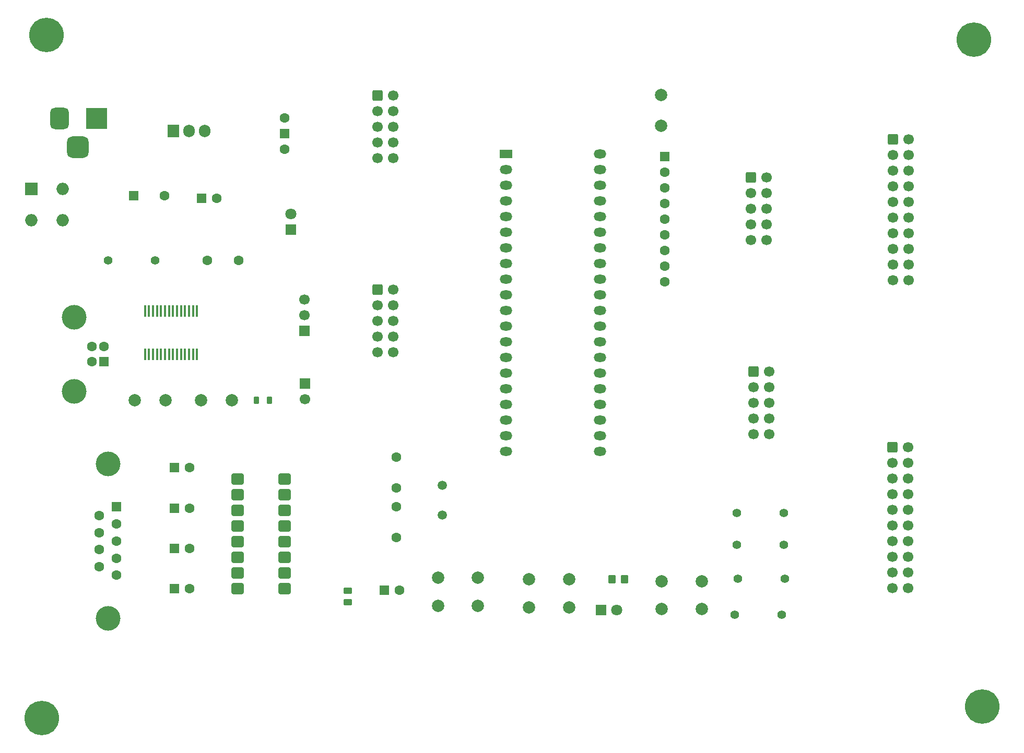
<source format=gbr>
%TF.GenerationSoftware,KiCad,Pcbnew,9.0.7*%
%TF.CreationDate,2026-01-07T21:02:37+05:30*%
%TF.ProjectId,PCB Design,50434220-4465-4736-9967-6e2e6b696361,rev?*%
%TF.SameCoordinates,Original*%
%TF.FileFunction,Soldermask,Top*%
%TF.FilePolarity,Negative*%
%FSLAX46Y46*%
G04 Gerber Fmt 4.6, Leading zero omitted, Abs format (unit mm)*
G04 Created by KiCad (PCBNEW 9.0.7) date 2026-01-07 21:02:37*
%MOMM*%
%LPD*%
G01*
G04 APERTURE LIST*
G04 Aperture macros list*
%AMRoundRect*
0 Rectangle with rounded corners*
0 $1 Rounding radius*
0 $2 $3 $4 $5 $6 $7 $8 $9 X,Y pos of 4 corners*
0 Add a 4 corners polygon primitive as box body*
4,1,4,$2,$3,$4,$5,$6,$7,$8,$9,$2,$3,0*
0 Add four circle primitives for the rounded corners*
1,1,$1+$1,$2,$3*
1,1,$1+$1,$4,$5*
1,1,$1+$1,$6,$7*
1,1,$1+$1,$8,$9*
0 Add four rect primitives between the rounded corners*
20,1,$1+$1,$2,$3,$4,$5,0*
20,1,$1+$1,$4,$5,$6,$7,0*
20,1,$1+$1,$6,$7,$8,$9,0*
20,1,$1+$1,$8,$9,$2,$3,0*%
G04 Aperture macros list end*
%ADD10R,1.905000X2.000000*%
%ADD11O,1.905000X2.000000*%
%ADD12RoundRect,0.250000X-0.550000X-0.550000X0.550000X-0.550000X0.550000X0.550000X-0.550000X0.550000X0*%
%ADD13C,1.600000*%
%ADD14RoundRect,0.250000X-0.600000X-0.600000X0.600000X-0.600000X0.600000X0.600000X-0.600000X0.600000X0*%
%ADD15C,1.700000*%
%ADD16R,1.700000X1.700000*%
%ADD17C,2.000000*%
%ADD18O,2.000000X1.440000*%
%ADD19R,2.000000X1.440000*%
%ADD20R,1.500000X1.500000*%
%ADD21R,1.600000X1.600000*%
%ADD22C,4.000000*%
%ADD23RoundRect,0.875000X-0.875000X-0.875000X0.875000X-0.875000X0.875000X0.875000X-0.875000X0.875000X0*%
%ADD24RoundRect,0.750000X-0.750000X-1.000000X0.750000X-1.000000X0.750000X1.000000X-0.750000X1.000000X0*%
%ADD25R,3.500000X3.500000*%
%ADD26C,1.400000*%
%ADD27C,3.600000*%
%ADD28C,5.600000*%
%ADD29RoundRect,0.218750X-0.218750X-0.381250X0.218750X-0.381250X0.218750X0.381250X-0.218750X0.381250X0*%
%ADD30RoundRect,0.250000X0.450000X-0.262500X0.450000X0.262500X-0.450000X0.262500X-0.450000X-0.262500X0*%
%ADD31RoundRect,0.249999X-0.750001X-0.640001X0.750001X-0.640001X0.750001X0.640001X-0.750001X0.640001X0*%
%ADD32RoundRect,0.250000X-0.350000X-0.450000X0.350000X-0.450000X0.350000X0.450000X-0.350000X0.450000X0*%
%ADD33R,1.800000X1.800000*%
%ADD34C,1.800000*%
%ADD35R,2.000000X2.000000*%
%ADD36O,2.000000X2.000000*%
%ADD37C,1.500000*%
%ADD38RoundRect,0.100000X0.100000X-0.850000X0.100000X0.850000X-0.100000X0.850000X-0.100000X-0.850000X0*%
G04 APERTURE END LIST*
D10*
%TO.C,U2*%
X38770000Y-34000000D03*
D11*
X41310000Y-34000000D03*
X43850000Y-34000000D03*
%TD*%
D12*
%TO.C,C4*%
X32350000Y-44500000D03*
D13*
X37350000Y-44500000D03*
%TD*%
D14*
%TO.C,J8*%
X155400000Y-85370000D03*
D15*
X157940000Y-85370000D03*
X155400000Y-87910000D03*
X157940000Y-87910000D03*
X155400000Y-90450000D03*
X157940000Y-90450000D03*
X155400000Y-92990000D03*
X157940000Y-92990000D03*
X155400000Y-95530000D03*
X157940000Y-95530000D03*
X155400000Y-98070000D03*
X157940000Y-98070000D03*
X155400000Y-100610000D03*
X157940000Y-100610000D03*
X155400000Y-103150000D03*
X157940000Y-103150000D03*
X155400000Y-105690000D03*
X157940000Y-105690000D03*
X155400000Y-108230000D03*
X157940000Y-108230000D03*
%TD*%
D14*
%TO.C,J6*%
X155440000Y-35370000D03*
D15*
X157980000Y-35370000D03*
X155440000Y-37910000D03*
X157980000Y-37910000D03*
X155440000Y-40450000D03*
X157980000Y-40450000D03*
X155440000Y-42990000D03*
X157980000Y-42990000D03*
X155440000Y-45530000D03*
X157980000Y-45530000D03*
X155440000Y-48070000D03*
X157980000Y-48070000D03*
X155440000Y-50610000D03*
X157980000Y-50610000D03*
X155440000Y-53150000D03*
X157980000Y-53150000D03*
X155440000Y-55690000D03*
X157980000Y-55690000D03*
X155440000Y-58230000D03*
X157980000Y-58230000D03*
%TD*%
%TO.C,J5*%
X74440000Y-69950000D03*
X71900000Y-69950000D03*
X74440000Y-67410000D03*
X71900000Y-67410000D03*
X74440000Y-64870000D03*
X71900000Y-64870000D03*
X74440000Y-62330000D03*
X71900000Y-62330000D03*
X74440000Y-59790000D03*
D14*
X71900000Y-59790000D03*
%TD*%
D15*
%TO.C,J10*%
X60050000Y-61350000D03*
X60050000Y-63890000D03*
D16*
X60050000Y-66430000D03*
%TD*%
D15*
%TO.C,J11*%
X60100000Y-77515000D03*
D16*
X60100000Y-74975000D03*
%TD*%
D17*
%TO.C,C12*%
X37550000Y-77750000D03*
X32550000Y-77750000D03*
%TD*%
D18*
%TO.C,U1*%
X107990000Y-37750000D03*
X107990000Y-40290000D03*
X107990000Y-42830000D03*
X107990000Y-45370000D03*
X107990000Y-47910000D03*
X107990000Y-50450000D03*
X107990000Y-52990000D03*
X107990000Y-55530000D03*
X107990000Y-58070000D03*
X107990000Y-60610000D03*
X107990000Y-63150000D03*
X107990000Y-65690000D03*
X107990000Y-68230000D03*
X107990000Y-70770000D03*
X107990000Y-73310000D03*
X107990000Y-75850000D03*
X107990000Y-78390000D03*
X107990000Y-80930000D03*
X107990000Y-83470000D03*
X107990000Y-86010000D03*
X92750000Y-86010000D03*
X92750000Y-83470000D03*
X92750000Y-80930000D03*
X92750000Y-78390000D03*
X92750000Y-75850000D03*
X92750000Y-73310000D03*
X92750000Y-70770000D03*
X92750000Y-68230000D03*
X92750000Y-65690000D03*
X92750000Y-63150000D03*
X92750000Y-60610000D03*
X92750000Y-58070000D03*
X92750000Y-55530000D03*
X92750000Y-52990000D03*
X92750000Y-50450000D03*
X92750000Y-47910000D03*
X92750000Y-45370000D03*
X92750000Y-42830000D03*
X92750000Y-40290000D03*
D19*
X92750000Y-37750000D03*
%TD*%
D20*
%TO.C,SW2*%
X56850000Y-34460000D03*
D13*
X56850000Y-31920000D03*
X56850000Y-37000000D03*
%TD*%
D21*
%TO.C,J9*%
X27587500Y-71500000D03*
D13*
X27587500Y-69000000D03*
X25587500Y-69000000D03*
X25587500Y-71500000D03*
D22*
X22727500Y-76250000D03*
X22727500Y-64250000D03*
%TD*%
D23*
%TO.C,J1*%
X23350000Y-36700000D03*
D24*
X20350000Y-32000000D03*
D25*
X26350000Y-32000000D03*
%TD*%
D13*
%TO.C,J7*%
X26779000Y-104734000D03*
X26779000Y-101964000D03*
X26779000Y-99194000D03*
X26779000Y-96424000D03*
X29619000Y-106119000D03*
X29619000Y-103349000D03*
X29619000Y-100579000D03*
X29619000Y-97809000D03*
D21*
X29619000Y-95039000D03*
D22*
X28199000Y-113079000D03*
X28199000Y-88079000D03*
%TD*%
D26*
%TO.C,R2*%
X137450000Y-112500000D03*
X129830000Y-112500000D03*
%TD*%
%TO.C,R3*%
X35850000Y-55000000D03*
X28230000Y-55000000D03*
%TD*%
%TO.C,R4*%
X137760000Y-96000000D03*
X130140000Y-96000000D03*
%TD*%
%TO.C,R5*%
X137760000Y-101150000D03*
X130140000Y-101150000D03*
%TD*%
D12*
%TO.C,C8*%
X38964000Y-88679000D03*
D13*
X41464000Y-88679000D03*
%TD*%
D21*
%TO.C,RN1*%
X118440000Y-38160000D03*
D13*
X118440000Y-40700000D03*
X118440000Y-43240000D03*
X118440000Y-45780000D03*
X118440000Y-48320000D03*
X118440000Y-50860000D03*
X118440000Y-53400000D03*
X118440000Y-55940000D03*
X118440000Y-58480000D03*
%TD*%
D12*
%TO.C,C9*%
X38964000Y-95229000D03*
D13*
X41464000Y-95229000D03*
%TD*%
D27*
%TO.C,REF\u002A\u002A*%
X17450000Y-129250000D03*
D28*
X17450000Y-129250000D03*
%TD*%
D12*
%TO.C,C11*%
X38964000Y-108329000D03*
D13*
X41464000Y-108329000D03*
%TD*%
D27*
%TO.C,REF\u002A\u002A*%
X18250000Y-18450000D03*
D28*
X18250000Y-18450000D03*
%TD*%
D13*
%TO.C,C3*%
X74940000Y-99990000D03*
X74940000Y-94990000D03*
%TD*%
D27*
%TO.C,REF\u002A\u002A*%
X168600000Y-19200000D03*
D28*
X168600000Y-19200000D03*
%TD*%
D17*
%TO.C,SW4*%
X117950000Y-107100000D03*
X124450000Y-107100000D03*
X117950000Y-111600000D03*
X124450000Y-111600000D03*
%TD*%
D29*
%TO.C,L1*%
X52275000Y-77750000D03*
X54400000Y-77750000D03*
%TD*%
D12*
%TO.C,C10*%
X38964000Y-101779000D03*
D13*
X41464000Y-101779000D03*
%TD*%
D12*
%TO.C,C6*%
X43350000Y-45000000D03*
D13*
X45850000Y-45000000D03*
%TD*%
D12*
%TO.C,C1*%
X72994888Y-108550000D03*
D13*
X75494888Y-108550000D03*
%TD*%
%TO.C,C7*%
X44350000Y-55000000D03*
X49350000Y-55000000D03*
%TD*%
D17*
%TO.C,C5*%
X117900000Y-28200000D03*
X117900000Y-33200000D03*
%TD*%
%TO.C,C13*%
X43300000Y-77750000D03*
X48300000Y-77750000D03*
%TD*%
D13*
%TO.C,C2*%
X74940000Y-91990000D03*
X74940000Y-86990000D03*
%TD*%
D17*
%TO.C,SW3*%
X96450000Y-106800000D03*
X102950000Y-106800000D03*
X96450000Y-111300000D03*
X102950000Y-111300000D03*
%TD*%
D30*
%TO.C,R7*%
X67112500Y-110462500D03*
X67112500Y-108637500D03*
%TD*%
D17*
%TO.C,SW1*%
X81700000Y-106550000D03*
X88200000Y-106550000D03*
X81700000Y-111050000D03*
X88200000Y-111050000D03*
%TD*%
D27*
%TO.C,REF\u002A\u002A*%
X169950000Y-127450000D03*
D28*
X169950000Y-127450000D03*
%TD*%
D31*
%TO.C,U3*%
X49239000Y-90489000D03*
X49239000Y-93029000D03*
X49239000Y-95569000D03*
X49239000Y-98109000D03*
X49239000Y-100649000D03*
X49239000Y-103189000D03*
X49239000Y-105729000D03*
X49239000Y-108269000D03*
X56859000Y-108269000D03*
X56859000Y-105729000D03*
X56859000Y-103189000D03*
X56859000Y-100649000D03*
X56859000Y-98109000D03*
X56859000Y-95569000D03*
X56859000Y-93029000D03*
X56859000Y-90489000D03*
%TD*%
D26*
%TO.C,R6*%
X130330000Y-106650000D03*
X137950000Y-106650000D03*
%TD*%
D32*
%TO.C,R1*%
X109950000Y-106800000D03*
X111950000Y-106800000D03*
%TD*%
D33*
%TO.C,D3*%
X57850000Y-50000000D03*
D34*
X57850000Y-47460000D03*
%TD*%
D33*
%TO.C,D1*%
X108185000Y-111800000D03*
D34*
X110725000Y-111800000D03*
%TD*%
D35*
%TO.C,D2*%
X15770000Y-43420000D03*
D36*
X15770000Y-48500000D03*
X20850000Y-48500000D03*
X20850000Y-43420000D03*
%TD*%
D14*
%TO.C,J2*%
X132410000Y-41540000D03*
D15*
X134950000Y-41540000D03*
X132410000Y-44080000D03*
X134950000Y-44080000D03*
X132410000Y-46620000D03*
X134950000Y-46620000D03*
X132410000Y-49160000D03*
X134950000Y-49160000D03*
X132410000Y-51700000D03*
X134950000Y-51700000D03*
%TD*%
D14*
%TO.C,J4*%
X132910000Y-73040000D03*
D15*
X135450000Y-73040000D03*
X132910000Y-75580000D03*
X135450000Y-75580000D03*
X132910000Y-78120000D03*
X135450000Y-78120000D03*
X132910000Y-80660000D03*
X135450000Y-80660000D03*
X132910000Y-83200000D03*
X135450000Y-83200000D03*
%TD*%
D14*
%TO.C,J3*%
X71900000Y-28290000D03*
D15*
X74440000Y-28290000D03*
X71900000Y-30830000D03*
X74440000Y-30830000D03*
X71900000Y-33370000D03*
X74440000Y-33370000D03*
X71900000Y-35910000D03*
X74440000Y-35910000D03*
X71900000Y-38450000D03*
X74440000Y-38450000D03*
%TD*%
D37*
%TO.C,Y1*%
X82440000Y-96370000D03*
X82440000Y-91490000D03*
%TD*%
D38*
%TO.C,U4*%
X34200000Y-63250000D03*
X34850000Y-63250000D03*
X35500000Y-63250000D03*
X36150000Y-63250000D03*
X36800000Y-63250000D03*
X37450000Y-63250000D03*
X38100000Y-63250000D03*
X38750000Y-63250000D03*
X39400000Y-63250000D03*
X40050000Y-63250000D03*
X40700000Y-63250000D03*
X41350000Y-63250000D03*
X42000000Y-63250000D03*
X42650000Y-63250000D03*
X42650000Y-70250000D03*
X42000000Y-70250000D03*
X41350000Y-70250000D03*
X40700000Y-70250000D03*
X40050000Y-70250000D03*
X39400000Y-70250000D03*
X38750000Y-70250000D03*
X38100000Y-70250000D03*
X37450000Y-70250000D03*
X36800000Y-70250000D03*
X36150000Y-70250000D03*
X35500000Y-70250000D03*
X34850000Y-70250000D03*
X34200000Y-70250000D03*
%TD*%
M02*

</source>
